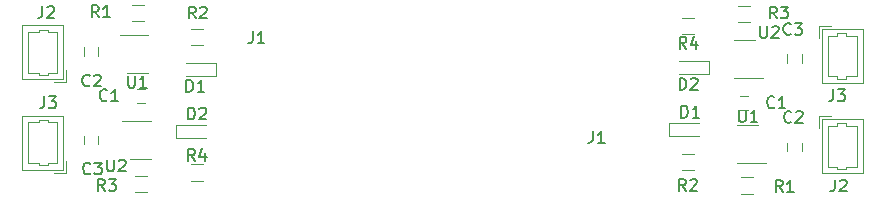
<source format=gbr>
%TF.GenerationSoftware,KiCad,Pcbnew,5.1.10*%
%TF.CreationDate,2021-10-31T19:01:46+09:00*%
%TF.ProjectId,usb_charger,7573625f-6368-4617-9267-65722e6b6963,rev?*%
%TF.SameCoordinates,Original*%
%TF.FileFunction,Legend,Top*%
%TF.FilePolarity,Positive*%
%FSLAX46Y46*%
G04 Gerber Fmt 4.6, Leading zero omitted, Abs format (unit mm)*
G04 Created by KiCad (PCBNEW 5.1.10) date 2021-10-31 19:01:46*
%MOMM*%
%LPD*%
G01*
G04 APERTURE LIST*
%ADD10C,0.120000*%
%ADD11C,0.150000*%
G04 APERTURE END LIST*
D10*
%TO.C,J3*%
X89575002Y-94499997D02*
X93075002Y-94499997D01*
X93075002Y-94499997D02*
X93075002Y-89949997D01*
X93075002Y-89949997D02*
X89575002Y-89949997D01*
X89575002Y-89949997D02*
X89575002Y-94499997D01*
X92525002Y-92224997D02*
X92525002Y-93949997D01*
X92525002Y-93949997D02*
X91800002Y-93949997D01*
X91800002Y-93949997D02*
X91800002Y-94149997D01*
X91800002Y-94149997D02*
X91000002Y-94149997D01*
X91000002Y-94149997D02*
X91000002Y-93949997D01*
X91000002Y-93949997D02*
X90125002Y-93949997D01*
X90125002Y-93949997D02*
X90125002Y-92224997D01*
X92525002Y-92224997D02*
X92525002Y-90499997D01*
X92525002Y-90499997D02*
X91800002Y-90499997D01*
X91800002Y-90499997D02*
X91800002Y-90299997D01*
X91800002Y-90299997D02*
X91000002Y-90299997D01*
X91000002Y-90299997D02*
X91000002Y-90499997D01*
X91000002Y-90499997D02*
X90125002Y-90499997D01*
X90125002Y-90499997D02*
X90125002Y-92224997D01*
X93325002Y-94749997D02*
X92325002Y-94749997D01*
X93325002Y-94749997D02*
X93325002Y-93749997D01*
%TO.C,J2*%
X89574999Y-86849997D02*
X93074999Y-86849997D01*
X93074999Y-86849997D02*
X93074999Y-82299997D01*
X93074999Y-82299997D02*
X89574999Y-82299997D01*
X89574999Y-82299997D02*
X89574999Y-86849997D01*
X92524999Y-84574997D02*
X92524999Y-86299997D01*
X92524999Y-86299997D02*
X91799999Y-86299997D01*
X91799999Y-86299997D02*
X91799999Y-86499997D01*
X91799999Y-86499997D02*
X90999999Y-86499997D01*
X90999999Y-86499997D02*
X90999999Y-86299997D01*
X90999999Y-86299997D02*
X90124999Y-86299997D01*
X90124999Y-86299997D02*
X90124999Y-84574997D01*
X92524999Y-84574997D02*
X92524999Y-82849997D01*
X92524999Y-82849997D02*
X91799999Y-82849997D01*
X91799999Y-82849997D02*
X91799999Y-82649997D01*
X91799999Y-82649997D02*
X90999999Y-82649997D01*
X90999999Y-82649997D02*
X90999999Y-82849997D01*
X90999999Y-82849997D02*
X90124999Y-82849997D01*
X90124999Y-82849997D02*
X90124999Y-84574997D01*
X93324999Y-87099997D02*
X92324999Y-87099997D01*
X93324999Y-87099997D02*
X93324999Y-86099997D01*
%TO.C,J3*%
X157075000Y-82350000D02*
X157075000Y-83350000D01*
X157075000Y-82350000D02*
X158075000Y-82350000D01*
X160275000Y-86600000D02*
X160275000Y-84875000D01*
X159400000Y-86600000D02*
X160275000Y-86600000D01*
X159400000Y-86800000D02*
X159400000Y-86600000D01*
X158600000Y-86800000D02*
X159400000Y-86800000D01*
X158600000Y-86600000D02*
X158600000Y-86800000D01*
X157875000Y-86600000D02*
X158600000Y-86600000D01*
X157875000Y-84875000D02*
X157875000Y-86600000D01*
X160275000Y-83150000D02*
X160275000Y-84875000D01*
X159400000Y-83150000D02*
X160275000Y-83150000D01*
X159400000Y-82950000D02*
X159400000Y-83150000D01*
X158600000Y-82950000D02*
X159400000Y-82950000D01*
X158600000Y-83150000D02*
X158600000Y-82950000D01*
X157875000Y-83150000D02*
X158600000Y-83150000D01*
X157875000Y-84875000D02*
X157875000Y-83150000D01*
X160825000Y-87150000D02*
X160825000Y-82600000D01*
X157325000Y-87150000D02*
X160825000Y-87150000D01*
X157325000Y-82600000D02*
X157325000Y-87150000D01*
X160825000Y-82600000D02*
X157325000Y-82600000D01*
%TO.C,J2*%
X157075000Y-90000000D02*
X157075000Y-91000000D01*
X157075000Y-90000000D02*
X158075000Y-90000000D01*
X160275000Y-94250000D02*
X160275000Y-92525000D01*
X159400000Y-94250000D02*
X160275000Y-94250000D01*
X159400000Y-94450000D02*
X159400000Y-94250000D01*
X158600000Y-94450000D02*
X159400000Y-94450000D01*
X158600000Y-94250000D02*
X158600000Y-94450000D01*
X157875000Y-94250000D02*
X158600000Y-94250000D01*
X157875000Y-92525000D02*
X157875000Y-94250000D01*
X160275000Y-90800000D02*
X160275000Y-92525000D01*
X159400000Y-90800000D02*
X160275000Y-90800000D01*
X159400000Y-90600000D02*
X159400000Y-90800000D01*
X158600000Y-90600000D02*
X159400000Y-90600000D01*
X158600000Y-90800000D02*
X158600000Y-90600000D01*
X157875000Y-90800000D02*
X158600000Y-90800000D01*
X157875000Y-92525000D02*
X157875000Y-90800000D01*
X160825000Y-94800000D02*
X160825000Y-90250000D01*
X157325000Y-94800000D02*
X160825000Y-94800000D01*
X157325000Y-90250000D02*
X157325000Y-94800000D01*
X160825000Y-90250000D02*
X157325000Y-90250000D01*
%TO.C,U2*%
X100549999Y-90389998D02*
X98099999Y-90389998D01*
X98749999Y-93609998D02*
X100549999Y-93609998D01*
%TO.C,R4*%
X103900002Y-94070000D02*
X104900002Y-94070000D01*
X104900002Y-95430000D02*
X103900002Y-95430000D01*
%TO.C,R2*%
X103899996Y-82569999D02*
X104899996Y-82569999D01*
X104899996Y-83929999D02*
X103899996Y-83929999D01*
%TO.C,R3*%
X99150000Y-95070001D02*
X100150000Y-95070001D01*
X100150000Y-96430001D02*
X99150000Y-96430001D01*
%TO.C,D2*%
X102600001Y-90699998D02*
X105200001Y-90699998D01*
X102600001Y-91799998D02*
X105200001Y-91799998D01*
X102600001Y-90699998D02*
X102600001Y-91799998D01*
%TO.C,U1*%
X98500000Y-86360000D02*
X100300000Y-86360000D01*
X100300000Y-83140000D02*
X97850000Y-83140000D01*
%TO.C,R1*%
X98899999Y-80570002D02*
X99899999Y-80570002D01*
X99899999Y-81930002D02*
X98899999Y-81930002D01*
%TO.C,C1*%
X99999999Y-88849999D02*
X99299999Y-88849999D01*
X99299999Y-87649999D02*
X99999999Y-87649999D01*
%TO.C,C2*%
X95999999Y-84150005D02*
X95999999Y-84850005D01*
X94799999Y-84850005D02*
X94799999Y-84150005D01*
%TO.C,C3*%
X94800002Y-92350004D02*
X94800002Y-91650004D01*
X96000002Y-91650004D02*
X96000002Y-92350004D01*
%TO.C,D1*%
X106050000Y-86550000D02*
X106050000Y-85450000D01*
X106050000Y-85450000D02*
X103450000Y-85450000D01*
X106050000Y-86550000D02*
X103450000Y-86550000D01*
%TO.C,C1*%
X151100000Y-89450000D02*
X150400000Y-89450000D01*
X150400000Y-88250000D02*
X151100000Y-88250000D01*
%TO.C,C2*%
X155600000Y-92250000D02*
X155600000Y-92950000D01*
X154400000Y-92950000D02*
X154400000Y-92250000D01*
%TO.C,C3*%
X154400000Y-85450000D02*
X154400000Y-84750000D01*
X155600000Y-84750000D02*
X155600000Y-85450000D01*
%TO.C,D1*%
X144350000Y-90550000D02*
X146950000Y-90550000D01*
X144350000Y-91650000D02*
X146950000Y-91650000D01*
X144350000Y-90550000D02*
X144350000Y-91650000D01*
%TO.C,D2*%
X147800000Y-86400000D02*
X147800000Y-85300000D01*
X147800000Y-85300000D02*
X145200000Y-85300000D01*
X147800000Y-86400000D02*
X145200000Y-86400000D01*
%TO.C,R1*%
X150500000Y-95170000D02*
X151500000Y-95170000D01*
X151500000Y-96530000D02*
X150500000Y-96530000D01*
%TO.C,R2*%
X145500000Y-93170000D02*
X146500000Y-93170000D01*
X146500000Y-94530000D02*
X145500000Y-94530000D01*
%TO.C,R3*%
X150250000Y-80670000D02*
X151250000Y-80670000D01*
X151250000Y-82030000D02*
X150250000Y-82030000D01*
%TO.C,R4*%
X145500000Y-81670000D02*
X146500000Y-81670000D01*
X146500000Y-83030000D02*
X145500000Y-83030000D01*
%TO.C,U1*%
X150100000Y-93960000D02*
X152550000Y-93960000D01*
X151900000Y-90740000D02*
X150100000Y-90740000D01*
%TO.C,U2*%
X151650000Y-83490000D02*
X149850000Y-83490000D01*
X149850000Y-86710000D02*
X152300000Y-86710000D01*
%TO.C,J3*%
D11*
X91466668Y-88302377D02*
X91466668Y-89016663D01*
X91419049Y-89159520D01*
X91323811Y-89254758D01*
X91180954Y-89302377D01*
X91085716Y-89302377D01*
X91847621Y-88302377D02*
X92466668Y-88302377D01*
X92133335Y-88683330D01*
X92276192Y-88683330D01*
X92371430Y-88730949D01*
X92419049Y-88778568D01*
X92466668Y-88873806D01*
X92466668Y-89111901D01*
X92419049Y-89207139D01*
X92371430Y-89254758D01*
X92276192Y-89302377D01*
X91990478Y-89302377D01*
X91895240Y-89254758D01*
X91847621Y-89207139D01*
%TO.C,J2*%
X91316665Y-80652377D02*
X91316665Y-81366663D01*
X91269046Y-81509520D01*
X91173808Y-81604758D01*
X91030951Y-81652377D01*
X90935713Y-81652377D01*
X91745237Y-80747616D02*
X91792856Y-80699997D01*
X91888094Y-80652377D01*
X92126189Y-80652377D01*
X92221427Y-80699997D01*
X92269046Y-80747616D01*
X92316665Y-80842854D01*
X92316665Y-80938092D01*
X92269046Y-81080949D01*
X91697618Y-81652377D01*
X92316665Y-81652377D01*
%TO.C,J3*%
X158266666Y-87702380D02*
X158266666Y-88416666D01*
X158219047Y-88559523D01*
X158123809Y-88654761D01*
X157980952Y-88702380D01*
X157885714Y-88702380D01*
X158647619Y-87702380D02*
X159266666Y-87702380D01*
X158933333Y-88083333D01*
X159076190Y-88083333D01*
X159171428Y-88130952D01*
X159219047Y-88178571D01*
X159266666Y-88273809D01*
X159266666Y-88511904D01*
X159219047Y-88607142D01*
X159171428Y-88654761D01*
X159076190Y-88702380D01*
X158790476Y-88702380D01*
X158695238Y-88654761D01*
X158647619Y-88607142D01*
%TO.C,J2*%
X158416666Y-95352380D02*
X158416666Y-96066666D01*
X158369047Y-96209523D01*
X158273809Y-96304761D01*
X158130952Y-96352380D01*
X158035714Y-96352380D01*
X158845238Y-95447619D02*
X158892857Y-95400000D01*
X158988095Y-95352380D01*
X159226190Y-95352380D01*
X159321428Y-95400000D01*
X159369047Y-95447619D01*
X159416666Y-95542857D01*
X159416666Y-95638095D01*
X159369047Y-95780952D01*
X158797619Y-96352380D01*
X159416666Y-96352380D01*
%TO.C,J1*%
X109116666Y-82802380D02*
X109116666Y-83516666D01*
X109069047Y-83659523D01*
X108973809Y-83754761D01*
X108830952Y-83802380D01*
X108735714Y-83802380D01*
X110116666Y-83802380D02*
X109545238Y-83802380D01*
X109830952Y-83802380D02*
X109830952Y-82802380D01*
X109735714Y-82945238D01*
X109640476Y-83040476D01*
X109545238Y-83088095D01*
%TO.C,U2*%
X96788094Y-93652378D02*
X96788094Y-94461902D01*
X96835713Y-94557140D01*
X96883332Y-94604759D01*
X96978570Y-94652378D01*
X97169046Y-94652378D01*
X97264284Y-94604759D01*
X97311903Y-94557140D01*
X97359522Y-94461902D01*
X97359522Y-93652378D01*
X97788094Y-93747617D02*
X97835713Y-93699998D01*
X97930951Y-93652378D01*
X98169046Y-93652378D01*
X98264284Y-93699998D01*
X98311903Y-93747617D01*
X98359522Y-93842855D01*
X98359522Y-93938093D01*
X98311903Y-94080950D01*
X97740475Y-94652378D01*
X98359522Y-94652378D01*
%TO.C,R4*%
X104233335Y-93752380D02*
X103900002Y-93276190D01*
X103661906Y-93752380D02*
X103661906Y-92752380D01*
X104042859Y-92752380D01*
X104138097Y-92800000D01*
X104185716Y-92847619D01*
X104233335Y-92942857D01*
X104233335Y-93085714D01*
X104185716Y-93180952D01*
X104138097Y-93228571D01*
X104042859Y-93276190D01*
X103661906Y-93276190D01*
X105090478Y-93085714D02*
X105090478Y-93752380D01*
X104852382Y-92704761D02*
X104614287Y-93419047D01*
X105233335Y-93419047D01*
%TO.C,R2*%
X104283329Y-81702379D02*
X103949996Y-81226189D01*
X103711900Y-81702379D02*
X103711900Y-80702379D01*
X104092853Y-80702379D01*
X104188091Y-80749999D01*
X104235710Y-80797618D01*
X104283329Y-80892856D01*
X104283329Y-81035713D01*
X104235710Y-81130951D01*
X104188091Y-81178570D01*
X104092853Y-81226189D01*
X103711900Y-81226189D01*
X104664281Y-80797618D02*
X104711900Y-80749999D01*
X104807138Y-80702379D01*
X105045234Y-80702379D01*
X105140472Y-80749999D01*
X105188091Y-80797618D01*
X105235710Y-80892856D01*
X105235710Y-80988094D01*
X105188091Y-81130951D01*
X104616662Y-81702379D01*
X105235710Y-81702379D01*
%TO.C,R3*%
X96583333Y-96302381D02*
X96250000Y-95826191D01*
X96011904Y-96302381D02*
X96011904Y-95302381D01*
X96392857Y-95302381D01*
X96488095Y-95350001D01*
X96535714Y-95397620D01*
X96583333Y-95492858D01*
X96583333Y-95635715D01*
X96535714Y-95730953D01*
X96488095Y-95778572D01*
X96392857Y-95826191D01*
X96011904Y-95826191D01*
X96916666Y-95302381D02*
X97535714Y-95302381D01*
X97202380Y-95683334D01*
X97345238Y-95683334D01*
X97440476Y-95730953D01*
X97488095Y-95778572D01*
X97535714Y-95873810D01*
X97535714Y-96111905D01*
X97488095Y-96207143D01*
X97440476Y-96254762D01*
X97345238Y-96302381D01*
X97059523Y-96302381D01*
X96964285Y-96254762D01*
X96916666Y-96207143D01*
%TO.C,D2*%
X103661905Y-90252378D02*
X103661905Y-89252378D01*
X103900001Y-89252378D01*
X104042858Y-89299998D01*
X104138096Y-89395236D01*
X104185715Y-89490474D01*
X104233334Y-89680950D01*
X104233334Y-89823807D01*
X104185715Y-90014283D01*
X104138096Y-90109521D01*
X104042858Y-90204759D01*
X103900001Y-90252378D01*
X103661905Y-90252378D01*
X104614286Y-89347617D02*
X104661905Y-89299998D01*
X104757143Y-89252378D01*
X104995239Y-89252378D01*
X105090477Y-89299998D01*
X105138096Y-89347617D01*
X105185715Y-89442855D01*
X105185715Y-89538093D01*
X105138096Y-89680950D01*
X104566667Y-90252378D01*
X105185715Y-90252378D01*
%TO.C,U1*%
X98588095Y-86552380D02*
X98588095Y-87361904D01*
X98635714Y-87457142D01*
X98683333Y-87504761D01*
X98778571Y-87552380D01*
X98969047Y-87552380D01*
X99064285Y-87504761D01*
X99111904Y-87457142D01*
X99159523Y-87361904D01*
X99159523Y-86552380D01*
X100159523Y-87552380D02*
X99588095Y-87552380D01*
X99873809Y-87552380D02*
X99873809Y-86552380D01*
X99778571Y-86695238D01*
X99683333Y-86790476D01*
X99588095Y-86838095D01*
%TO.C,R1*%
X96083332Y-81602382D02*
X95749999Y-81126192D01*
X95511903Y-81602382D02*
X95511903Y-80602382D01*
X95892856Y-80602382D01*
X95988094Y-80650002D01*
X96035713Y-80697621D01*
X96083332Y-80792859D01*
X96083332Y-80935716D01*
X96035713Y-81030954D01*
X95988094Y-81078573D01*
X95892856Y-81126192D01*
X95511903Y-81126192D01*
X97035713Y-81602382D02*
X96464284Y-81602382D01*
X96749999Y-81602382D02*
X96749999Y-80602382D01*
X96654760Y-80745240D01*
X96559522Y-80840478D01*
X96464284Y-80888097D01*
%TO.C,C1*%
X96783332Y-88607141D02*
X96735713Y-88654760D01*
X96592856Y-88702379D01*
X96497618Y-88702379D01*
X96354760Y-88654760D01*
X96259522Y-88559522D01*
X96211903Y-88464284D01*
X96164284Y-88273808D01*
X96164284Y-88130951D01*
X96211903Y-87940475D01*
X96259522Y-87845237D01*
X96354760Y-87749999D01*
X96497618Y-87702379D01*
X96592856Y-87702379D01*
X96735713Y-87749999D01*
X96783332Y-87797618D01*
X97735713Y-88702379D02*
X97164284Y-88702379D01*
X97449999Y-88702379D02*
X97449999Y-87702379D01*
X97354760Y-87845237D01*
X97259522Y-87940475D01*
X97164284Y-87988094D01*
%TO.C,C2*%
X95333332Y-87357147D02*
X95285713Y-87404766D01*
X95142856Y-87452385D01*
X95047618Y-87452385D01*
X94904760Y-87404766D01*
X94809522Y-87309528D01*
X94761903Y-87214290D01*
X94714284Y-87023814D01*
X94714284Y-86880957D01*
X94761903Y-86690481D01*
X94809522Y-86595243D01*
X94904760Y-86500005D01*
X95047618Y-86452385D01*
X95142856Y-86452385D01*
X95285713Y-86500005D01*
X95333332Y-86547624D01*
X95714284Y-86547624D02*
X95761903Y-86500005D01*
X95857141Y-86452385D01*
X96095237Y-86452385D01*
X96190475Y-86500005D01*
X96238094Y-86547624D01*
X96285713Y-86642862D01*
X96285713Y-86738100D01*
X96238094Y-86880957D01*
X95666665Y-87452385D01*
X96285713Y-87452385D01*
%TO.C,C3*%
X95383335Y-94807146D02*
X95335716Y-94854765D01*
X95192859Y-94902384D01*
X95097621Y-94902384D01*
X94954763Y-94854765D01*
X94859525Y-94759527D01*
X94811906Y-94664289D01*
X94764287Y-94473813D01*
X94764287Y-94330956D01*
X94811906Y-94140480D01*
X94859525Y-94045242D01*
X94954763Y-93950004D01*
X95097621Y-93902384D01*
X95192859Y-93902384D01*
X95335716Y-93950004D01*
X95383335Y-93997623D01*
X95716668Y-93902384D02*
X96335716Y-93902384D01*
X96002382Y-94283337D01*
X96145240Y-94283337D01*
X96240478Y-94330956D01*
X96288097Y-94378575D01*
X96335716Y-94473813D01*
X96335716Y-94711908D01*
X96288097Y-94807146D01*
X96240478Y-94854765D01*
X96145240Y-94902384D01*
X95859525Y-94902384D01*
X95764287Y-94854765D01*
X95716668Y-94807146D01*
%TO.C,D1*%
X103511904Y-87902380D02*
X103511904Y-86902380D01*
X103750000Y-86902380D01*
X103892857Y-86950000D01*
X103988095Y-87045238D01*
X104035714Y-87140476D01*
X104083333Y-87330952D01*
X104083333Y-87473809D01*
X104035714Y-87664285D01*
X103988095Y-87759523D01*
X103892857Y-87854761D01*
X103750000Y-87902380D01*
X103511904Y-87902380D01*
X105035714Y-87902380D02*
X104464285Y-87902380D01*
X104750000Y-87902380D02*
X104750000Y-86902380D01*
X104654761Y-87045238D01*
X104559523Y-87140476D01*
X104464285Y-87188095D01*
%TO.C,J1*%
X137916666Y-91252380D02*
X137916666Y-91966666D01*
X137869047Y-92109523D01*
X137773809Y-92204761D01*
X137630952Y-92252380D01*
X137535714Y-92252380D01*
X138916666Y-92252380D02*
X138345238Y-92252380D01*
X138630952Y-92252380D02*
X138630952Y-91252380D01*
X138535714Y-91395238D01*
X138440476Y-91490476D01*
X138345238Y-91538095D01*
%TO.C,C1*%
X153283333Y-89207142D02*
X153235714Y-89254761D01*
X153092857Y-89302380D01*
X152997619Y-89302380D01*
X152854761Y-89254761D01*
X152759523Y-89159523D01*
X152711904Y-89064285D01*
X152664285Y-88873809D01*
X152664285Y-88730952D01*
X152711904Y-88540476D01*
X152759523Y-88445238D01*
X152854761Y-88350000D01*
X152997619Y-88302380D01*
X153092857Y-88302380D01*
X153235714Y-88350000D01*
X153283333Y-88397619D01*
X154235714Y-89302380D02*
X153664285Y-89302380D01*
X153950000Y-89302380D02*
X153950000Y-88302380D01*
X153854761Y-88445238D01*
X153759523Y-88540476D01*
X153664285Y-88588095D01*
%TO.C,C2*%
X154733333Y-90457142D02*
X154685714Y-90504761D01*
X154542857Y-90552380D01*
X154447619Y-90552380D01*
X154304761Y-90504761D01*
X154209523Y-90409523D01*
X154161904Y-90314285D01*
X154114285Y-90123809D01*
X154114285Y-89980952D01*
X154161904Y-89790476D01*
X154209523Y-89695238D01*
X154304761Y-89600000D01*
X154447619Y-89552380D01*
X154542857Y-89552380D01*
X154685714Y-89600000D01*
X154733333Y-89647619D01*
X155114285Y-89647619D02*
X155161904Y-89600000D01*
X155257142Y-89552380D01*
X155495238Y-89552380D01*
X155590476Y-89600000D01*
X155638095Y-89647619D01*
X155685714Y-89742857D01*
X155685714Y-89838095D01*
X155638095Y-89980952D01*
X155066666Y-90552380D01*
X155685714Y-90552380D01*
%TO.C,C3*%
X154683333Y-83007142D02*
X154635714Y-83054761D01*
X154492857Y-83102380D01*
X154397619Y-83102380D01*
X154254761Y-83054761D01*
X154159523Y-82959523D01*
X154111904Y-82864285D01*
X154064285Y-82673809D01*
X154064285Y-82530952D01*
X154111904Y-82340476D01*
X154159523Y-82245238D01*
X154254761Y-82150000D01*
X154397619Y-82102380D01*
X154492857Y-82102380D01*
X154635714Y-82150000D01*
X154683333Y-82197619D01*
X155016666Y-82102380D02*
X155635714Y-82102380D01*
X155302380Y-82483333D01*
X155445238Y-82483333D01*
X155540476Y-82530952D01*
X155588095Y-82578571D01*
X155635714Y-82673809D01*
X155635714Y-82911904D01*
X155588095Y-83007142D01*
X155540476Y-83054761D01*
X155445238Y-83102380D01*
X155159523Y-83102380D01*
X155064285Y-83054761D01*
X155016666Y-83007142D01*
%TO.C,D1*%
X145411904Y-90102380D02*
X145411904Y-89102380D01*
X145650000Y-89102380D01*
X145792857Y-89150000D01*
X145888095Y-89245238D01*
X145935714Y-89340476D01*
X145983333Y-89530952D01*
X145983333Y-89673809D01*
X145935714Y-89864285D01*
X145888095Y-89959523D01*
X145792857Y-90054761D01*
X145650000Y-90102380D01*
X145411904Y-90102380D01*
X146935714Y-90102380D02*
X146364285Y-90102380D01*
X146650000Y-90102380D02*
X146650000Y-89102380D01*
X146554761Y-89245238D01*
X146459523Y-89340476D01*
X146364285Y-89388095D01*
%TO.C,D2*%
X145261904Y-87752380D02*
X145261904Y-86752380D01*
X145500000Y-86752380D01*
X145642857Y-86800000D01*
X145738095Y-86895238D01*
X145785714Y-86990476D01*
X145833333Y-87180952D01*
X145833333Y-87323809D01*
X145785714Y-87514285D01*
X145738095Y-87609523D01*
X145642857Y-87704761D01*
X145500000Y-87752380D01*
X145261904Y-87752380D01*
X146214285Y-86847619D02*
X146261904Y-86800000D01*
X146357142Y-86752380D01*
X146595238Y-86752380D01*
X146690476Y-86800000D01*
X146738095Y-86847619D01*
X146785714Y-86942857D01*
X146785714Y-87038095D01*
X146738095Y-87180952D01*
X146166666Y-87752380D01*
X146785714Y-87752380D01*
%TO.C,R1*%
X153983333Y-96402380D02*
X153650000Y-95926190D01*
X153411904Y-96402380D02*
X153411904Y-95402380D01*
X153792857Y-95402380D01*
X153888095Y-95450000D01*
X153935714Y-95497619D01*
X153983333Y-95592857D01*
X153983333Y-95735714D01*
X153935714Y-95830952D01*
X153888095Y-95878571D01*
X153792857Y-95926190D01*
X153411904Y-95926190D01*
X154935714Y-96402380D02*
X154364285Y-96402380D01*
X154650000Y-96402380D02*
X154650000Y-95402380D01*
X154554761Y-95545238D01*
X154459523Y-95640476D01*
X154364285Y-95688095D01*
%TO.C,R2*%
X145783333Y-96302380D02*
X145450000Y-95826190D01*
X145211904Y-96302380D02*
X145211904Y-95302380D01*
X145592857Y-95302380D01*
X145688095Y-95350000D01*
X145735714Y-95397619D01*
X145783333Y-95492857D01*
X145783333Y-95635714D01*
X145735714Y-95730952D01*
X145688095Y-95778571D01*
X145592857Y-95826190D01*
X145211904Y-95826190D01*
X146164285Y-95397619D02*
X146211904Y-95350000D01*
X146307142Y-95302380D01*
X146545238Y-95302380D01*
X146640476Y-95350000D01*
X146688095Y-95397619D01*
X146735714Y-95492857D01*
X146735714Y-95588095D01*
X146688095Y-95730952D01*
X146116666Y-96302380D01*
X146735714Y-96302380D01*
%TO.C,R3*%
X153483333Y-81702380D02*
X153150000Y-81226190D01*
X152911904Y-81702380D02*
X152911904Y-80702380D01*
X153292857Y-80702380D01*
X153388095Y-80750000D01*
X153435714Y-80797619D01*
X153483333Y-80892857D01*
X153483333Y-81035714D01*
X153435714Y-81130952D01*
X153388095Y-81178571D01*
X153292857Y-81226190D01*
X152911904Y-81226190D01*
X153816666Y-80702380D02*
X154435714Y-80702380D01*
X154102380Y-81083333D01*
X154245238Y-81083333D01*
X154340476Y-81130952D01*
X154388095Y-81178571D01*
X154435714Y-81273809D01*
X154435714Y-81511904D01*
X154388095Y-81607142D01*
X154340476Y-81654761D01*
X154245238Y-81702380D01*
X153959523Y-81702380D01*
X153864285Y-81654761D01*
X153816666Y-81607142D01*
%TO.C,R4*%
X145833333Y-84252380D02*
X145500000Y-83776190D01*
X145261904Y-84252380D02*
X145261904Y-83252380D01*
X145642857Y-83252380D01*
X145738095Y-83300000D01*
X145785714Y-83347619D01*
X145833333Y-83442857D01*
X145833333Y-83585714D01*
X145785714Y-83680952D01*
X145738095Y-83728571D01*
X145642857Y-83776190D01*
X145261904Y-83776190D01*
X146690476Y-83585714D02*
X146690476Y-84252380D01*
X146452380Y-83204761D02*
X146214285Y-83919047D01*
X146833333Y-83919047D01*
%TO.C,U1*%
X150288095Y-89452380D02*
X150288095Y-90261904D01*
X150335714Y-90357142D01*
X150383333Y-90404761D01*
X150478571Y-90452380D01*
X150669047Y-90452380D01*
X150764285Y-90404761D01*
X150811904Y-90357142D01*
X150859523Y-90261904D01*
X150859523Y-89452380D01*
X151859523Y-90452380D02*
X151288095Y-90452380D01*
X151573809Y-90452380D02*
X151573809Y-89452380D01*
X151478571Y-89595238D01*
X151383333Y-89690476D01*
X151288095Y-89738095D01*
%TO.C,U2*%
X152088095Y-82352380D02*
X152088095Y-83161904D01*
X152135714Y-83257142D01*
X152183333Y-83304761D01*
X152278571Y-83352380D01*
X152469047Y-83352380D01*
X152564285Y-83304761D01*
X152611904Y-83257142D01*
X152659523Y-83161904D01*
X152659523Y-82352380D01*
X153088095Y-82447619D02*
X153135714Y-82400000D01*
X153230952Y-82352380D01*
X153469047Y-82352380D01*
X153564285Y-82400000D01*
X153611904Y-82447619D01*
X153659523Y-82542857D01*
X153659523Y-82638095D01*
X153611904Y-82780952D01*
X153040476Y-83352380D01*
X153659523Y-83352380D01*
%TD*%
M02*

</source>
